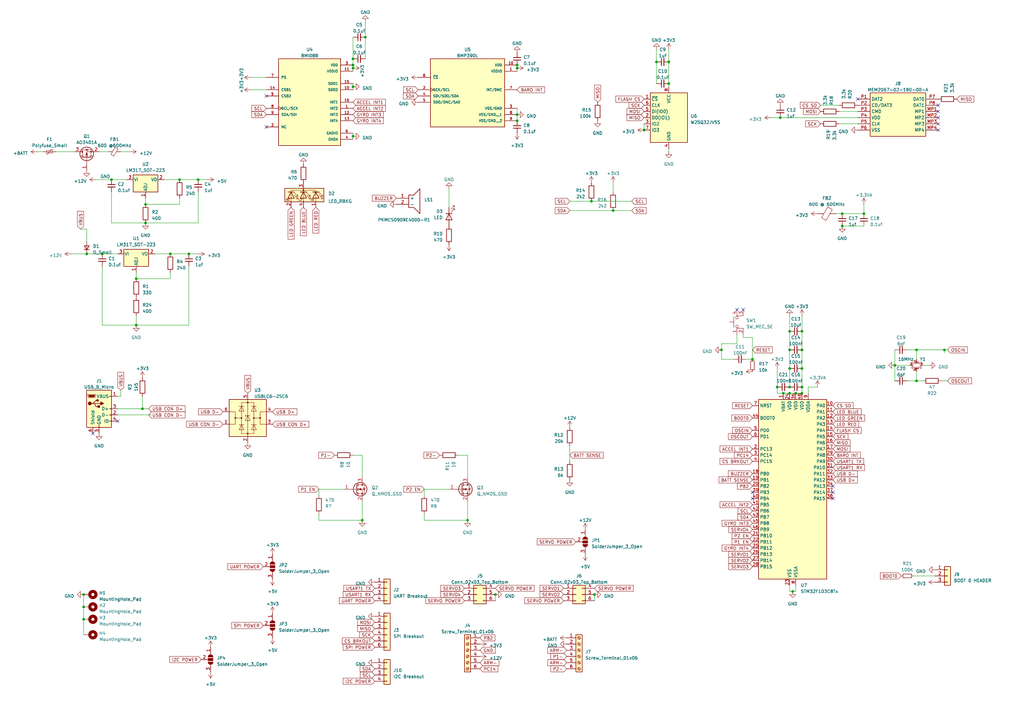
<source format=kicad_sch>
(kicad_sch (version 20230121) (generator eeschema)
  (paper "A3")
  (junction (at 59.69 91.44))
  (junction (at 328.93 143.51))
  (junction (at 45.72 73.66))
  (junction (at 34.29 243.84))
  (junction (at 212.09 26.67))
  (junction (at 35.56 104.14))
  (junction (at 328.93 158.75))
  (junction (at 345.44 87.63))
  (junction (at 323.85 161.29))
  (junction (at 328.93 135.89))
  (junction (at 203.2 243.84))
  (junction (at 264.16 53.34))
  (junction (at 274.32 25.4))
  (junction (at 321.31 161.29))
  (junction (at 243.84 243.84))
  (junction (at 212.09 46.99))
  (junction (at 58.42 167.64))
  (junction (at 212.09 49.53))
  (junction (at 375.92 156.21))
  (junction (at 387.35 143.51))
  (junction (at 274.32 34.29))
  (junction (at 328.93 151.13))
  (junction (at 149.86 15.24))
  (junction (at 55.88 133.35))
  (junction (at 148.59 213.36))
  (junction (at 320.04 48.26))
  (junction (at 81.28 73.66))
  (junction (at 325.12 242.57))
  (junction (at 191.77 213.36))
  (junction (at 144.78 26.67))
  (junction (at 55.88 114.3))
  (junction (at 144.78 35.56))
  (junction (at 354.33 87.63))
  (junction (at 69.85 104.14))
  (junction (at 295.91 143.51))
  (junction (at 41.91 104.14))
  (junction (at 308.61 147.32))
  (junction (at 242.57 82.55))
  (junction (at 345.44 92.71))
  (junction (at 269.24 25.4))
  (junction (at 375.92 143.51))
  (junction (at 144.78 24.13))
  (junction (at 328.93 161.29))
  (junction (at 251.46 86.36))
  (junction (at 59.69 83.82))
  (junction (at 323.85 143.51))
  (junction (at 34.29 248.92))
  (junction (at 77.47 104.14))
  (junction (at 318.77 158.75))
  (junction (at 323.85 135.89))
  (junction (at 144.78 55.88))
  (junction (at 323.85 151.13))
  (junction (at 367.03 149.86))
  (junction (at 326.39 161.29))
  (junction (at 73.66 73.66))
  (junction (at 323.85 158.75))
  (junction (at 34.29 254))
  (junction (at 144.78 27.94))
  (junction (at 212.09 27.94))
  (no_connect (at 308.61 204.47))
  (no_connect (at 308.61 201.93))
  (no_connect (at 384.81 43.18))
  (no_connect (at 341.63 204.47))
  (no_connect (at 304.8 127))
  (no_connect (at 384.81 50.8))
  (no_connect (at 302.26 127))
  (no_connect (at 384.81 45.72))
  (no_connect (at 38.1 177.8))
  (no_connect (at 341.63 201.93))
  (no_connect (at 384.81 53.34))
  (no_connect (at 109.22 39.37))
  (no_connect (at 351.79 40.64))
  (no_connect (at 384.81 48.26))
  (no_connect (at 109.22 52.07))
  (no_connect (at 341.63 199.39))
  (no_connect (at 48.26 172.72))
  (wire (pts (xy 77.47 109.22) (xy 77.47 133.35)))
  (wire (pts (xy 308.61 138.43) (xy 304.8 138.43)))
  (wire (pts (xy 323.85 143.51) (xy 323.85 151.13)))
  (wire (pts (xy 144.78 35.56) (xy 144.78 36.83)))
  (wire (pts (xy 63.5 104.14) (xy 69.85 104.14)))
  (wire (pts (xy 144.78 55.88) (xy 144.78 57.15)))
  (wire (pts (xy 326.39 161.29) (xy 328.93 161.29)))
  (wire (pts (xy 251.46 86.36) (xy 259.08 86.36)))
  (wire (pts (xy 328.93 161.29) (xy 328.93 158.75)))
  (wire (pts (xy 81.28 78.74) (xy 81.28 91.44)))
  (wire (pts (xy 331.47 158.75) (xy 331.47 161.29)))
  (wire (pts (xy 102.87 31.75) (xy 109.22 31.75)))
  (wire (pts (xy 184.15 77.47) (xy 184.15 85.09)))
  (wire (pts (xy 323.85 240.03) (xy 323.85 242.57)))
  (wire (pts (xy 40.64 62.23) (xy 44.45 62.23)))
  (wire (pts (xy 130.81 213.36) (xy 148.59 213.36)))
  (wire (pts (xy 251.46 74.93) (xy 251.46 78.74)))
  (wire (pts (xy 69.85 111.76) (xy 69.85 114.3)))
  (wire (pts (xy 144.78 24.13) (xy 144.78 26.67)))
  (wire (pts (xy 73.66 83.82) (xy 59.69 83.82)))
  (wire (pts (xy 77.47 104.14) (xy 81.28 104.14)))
  (wire (pts (xy 29.21 104.14) (xy 35.56 104.14)))
  (wire (pts (xy 306.07 147.32) (xy 308.61 147.32)))
  (wire (pts (xy 323.85 242.57) (xy 325.12 242.57)))
  (wire (pts (xy 149.86 15.24) (xy 149.86 24.13)))
  (wire (pts (xy 344.17 50.8) (xy 351.79 50.8)))
  (wire (pts (xy 323.85 151.13) (xy 323.85 158.75)))
  (wire (pts (xy 264.16 50.8) (xy 264.16 53.34)))
  (wire (pts (xy 41.91 109.22) (xy 41.91 133.35)))
  (wire (pts (xy 144.78 15.24) (xy 144.78 24.13)))
  (wire (pts (xy 372.11 143.51) (xy 375.92 143.51)))
  (wire (pts (xy 295.91 147.32) (xy 300.99 147.32)))
  (wire (pts (xy 55.88 129.54) (xy 55.88 133.35)))
  (wire (pts (xy 325.12 242.57) (xy 326.39 242.57)))
  (wire (pts (xy 148.59 186.69) (xy 144.78 186.69)))
  (wire (pts (xy 295.91 143.51) (xy 295.91 140.97)))
  (wire (pts (xy 45.72 91.44) (xy 59.69 91.44)))
  (wire (pts (xy 318.77 158.75) (xy 318.77 161.29)))
  (wire (pts (xy 184.15 200.66) (xy 173.99 200.66)))
  (wire (pts (xy 323.85 129.54) (xy 323.85 135.89)))
  (wire (pts (xy 242.57 82.55) (xy 259.08 82.55)))
  (wire (pts (xy 45.72 78.74) (xy 45.72 91.44)))
  (wire (pts (xy 336.55 43.18) (xy 344.17 43.18)))
  (wire (pts (xy 173.99 210.82) (xy 173.99 213.36)))
  (wire (pts (xy 387.35 144.78) (xy 387.35 143.51)))
  (wire (pts (xy 345.44 87.63) (xy 342.9 87.63)))
  (wire (pts (xy 367.03 149.86) (xy 367.03 143.51)))
  (wire (pts (xy 233.68 82.55) (xy 242.57 82.55)))
  (wire (pts (xy 212.09 44.45) (xy 212.09 46.99)))
  (wire (pts (xy 321.31 161.29) (xy 323.85 161.29)))
  (wire (pts (xy 144.78 54.61) (xy 144.78 55.88)))
  (wire (pts (xy 144.78 27.94) (xy 144.78 29.21)))
  (wire (pts (xy 269.24 20.32) (xy 269.24 25.4)))
  (wire (pts (xy 49.53 62.23) (xy 53.34 62.23)))
  (wire (pts (xy 22.86 62.23) (xy 30.48 62.23)))
  (wire (pts (xy 49.53 162.56) (xy 48.26 162.56)))
  (wire (pts (xy 375.92 156.21) (xy 378.46 156.21)))
  (wire (pts (xy 69.85 114.3) (xy 55.88 114.3)))
  (wire (pts (xy 212.09 27.94) (xy 212.09 29.21)))
  (wire (pts (xy 375.92 143.51) (xy 375.92 147.32)))
  (wire (pts (xy 144.78 34.29) (xy 144.78 35.56)))
  (wire (pts (xy 191.77 195.58) (xy 191.77 186.69)))
  (wire (pts (xy 354.33 87.63) (xy 345.44 87.63)))
  (wire (pts (xy 140.97 200.66) (xy 130.81 200.66)))
  (wire (pts (xy 48.26 167.64) (xy 58.42 167.64)))
  (wire (pts (xy 69.85 104.14) (xy 77.47 104.14)))
  (wire (pts (xy 48.26 170.18) (xy 62.23 170.18)))
  (wire (pts (xy 55.88 111.76) (xy 55.88 114.3)))
  (wire (pts (xy 372.11 156.21) (xy 375.92 156.21)))
  (wire (pts (xy 344.17 45.72) (xy 351.79 45.72)))
  (wire (pts (xy 320.04 48.26) (xy 316.23 48.26)))
  (wire (pts (xy 58.42 162.56) (xy 58.42 167.64)))
  (wire (pts (xy 335.28 158.75) (xy 331.47 158.75)))
  (wire (pts (xy 49.53 160.02) (xy 49.53 162.56)))
  (wire (pts (xy 41.91 104.14) (xy 48.26 104.14)))
  (wire (pts (xy 58.42 167.64) (xy 60.96 167.64)))
  (wire (pts (xy 274.32 25.4) (xy 274.32 34.29)))
  (wire (pts (xy 130.81 200.66) (xy 130.81 203.2)))
  (wire (pts (xy 318.77 161.29) (xy 321.31 161.29)))
  (wire (pts (xy 73.66 81.28) (xy 73.66 83.82)))
  (wire (pts (xy 102.87 36.83) (xy 109.22 36.83)))
  (wire (pts (xy 374.65 236.22) (xy 383.54 236.22)))
  (wire (pts (xy 41.91 133.35) (xy 55.88 133.35)))
  (wire (pts (xy 387.35 143.51) (xy 388.62 143.51)))
  (wire (pts (xy 130.81 210.82) (xy 130.81 213.36)))
  (wire (pts (xy 34.29 248.92) (xy 34.29 254)))
  (wire (pts (xy 34.29 254) (xy 34.29 260.35)))
  (wire (pts (xy 149.86 8.89) (xy 149.86 15.24)))
  (wire (pts (xy 274.32 34.29) (xy 274.32 35.56)))
  (wire (pts (xy 302.26 140.97) (xy 302.26 137.16)))
  (wire (pts (xy 243.84 243.84) (xy 243.84 246.38)))
  (wire (pts (xy 39.37 73.66) (xy 45.72 73.66)))
  (wire (pts (xy 304.8 138.43) (xy 304.8 137.16)))
  (wire (pts (xy 144.78 26.67) (xy 144.78 27.94)))
  (wire (pts (xy 148.59 213.36) (xy 148.59 205.74)))
  (wire (pts (xy 328.93 129.54) (xy 328.93 135.89)))
  (wire (pts (xy 318.77 151.13) (xy 318.77 158.75)))
  (wire (pts (xy 212.09 26.67) (xy 212.09 27.94)))
  (wire (pts (xy 354.33 83.82) (xy 354.33 87.63)))
  (wire (pts (xy 233.68 86.36) (xy 251.46 86.36)))
  (wire (pts (xy 328.93 135.89) (xy 328.93 143.51)))
  (wire (pts (xy 15.24 62.23) (xy 17.78 62.23)))
  (wire (pts (xy 269.24 25.4) (xy 269.24 34.29)))
  (wire (pts (xy 191.77 186.69) (xy 187.96 186.69)))
  (wire (pts (xy 367.03 149.86) (xy 373.38 149.86)))
  (wire (pts (xy 35.56 99.06) (xy 35.56 93.98)))
  (wire (pts (xy 203.2 243.84) (xy 203.2 246.38)))
  (wire (pts (xy 233.68 182.88) (xy 233.68 189.23)))
  (wire (pts (xy 212.09 46.99) (xy 212.09 49.53)))
  (wire (pts (xy 308.61 138.43) (xy 308.61 147.32)))
  (wire (pts (xy 295.91 143.51) (xy 295.91 147.32)))
  (wire (pts (xy 148.59 195.58) (xy 148.59 186.69)))
  (wire (pts (xy 35.56 104.14) (xy 41.91 104.14)))
  (wire (pts (xy 274.32 20.32) (xy 274.32 25.4)))
  (wire (pts (xy 35.56 93.98) (xy 33.02 93.98)))
  (wire (pts (xy 34.29 243.84) (xy 34.29 248.92)))
  (wire (pts (xy 81.28 91.44) (xy 59.69 91.44)))
  (wire (pts (xy 375.92 152.4) (xy 375.92 156.21)))
  (wire (pts (xy 59.69 81.28) (xy 59.69 83.82)))
  (wire (pts (xy 191.77 213.36) (xy 191.77 205.74)))
  (wire (pts (xy 320.04 48.26) (xy 351.79 48.26)))
  (wire (pts (xy 328.93 143.51) (xy 328.93 151.13)))
  (wire (pts (xy 386.08 156.21) (xy 388.62 156.21)))
  (wire (pts (xy 73.66 73.66) (xy 81.28 73.66)))
  (wire (pts (xy 375.92 143.51) (xy 387.35 143.51)))
  (wire (pts (xy 173.99 213.36) (xy 191.77 213.36)))
  (wire (pts (xy 77.47 133.35) (xy 55.88 133.35)))
  (wire (pts (xy 367.03 149.86) (xy 367.03 156.21)))
  (wire (pts (xy 345.44 92.71) (xy 354.33 92.71)))
  (wire (pts (xy 173.99 200.66) (xy 173.99 203.2)))
  (wire (pts (xy 295.91 140.97) (xy 302.26 140.97)))
  (wire (pts (xy 323.85 135.89) (xy 323.85 143.51)))
  (wire (pts (xy 328.93 158.75) (xy 328.93 151.13)))
  (wire (pts (xy 274.32 60.96) (xy 274.32 62.23)))
  (wire (pts (xy 67.31 73.66) (xy 73.66 73.66)))
  (wire (pts (xy 81.28 73.66) (xy 85.09 73.66)))
  (wire (pts (xy 381 149.86) (xy 378.46 149.86)))
  (wire (pts (xy 323.85 161.29) (xy 326.39 161.29)))
  (wire (pts (xy 45.72 73.66) (xy 52.07 73.66)))
  (wire (pts (xy 326.39 242.57) (xy 326.39 240.03)))
  (global_label "LED BLUE" (shape input) (at 124.46 85.09 270) (property "Intersheetrefs" "${INTERSHEET_REFS}" (effects hide)))
  (global_label "ARM-" (shape input) (at 232.41 266.7 180) (property "Intersheetrefs" "${INTERSHEET_REFS}" (effects hide)))
  (global_label "OSCIN" (shape input) (at 388.62 143.51 0) (property "Intersheetrefs" "${INTERSHEET_REFS}" (effects hide)))
  (global_label "CS BRKOUT" (shape input) (at 308.61 189.23 180) (property "Intersheetrefs" "${INTERSHEET_REFS}" (effects hide)))
  (global_label "USART1 RX" (shape input) (at 153.67 243.84 180) (property "Intersheetrefs" "${INTERSHEET_REFS}" (effects hide)))
  (global_label "P2 EN" (shape input) (at 308.61 219.71 180) (property "Intersheetrefs" "${INTERSHEET_REFS}" (effects hide)))
  (global_label "GYRO INT4" (shape input) (at 144.78 49.53 0) (property "Intersheetrefs" "${INTERSHEET_REFS}" (effects hide)))
  (global_label "VBUS" (shape input) (at 49.53 160.02 90) (property "Intersheetrefs" "${INTERSHEET_REFS}" (effects hide)))
  (global_label "SCK" (shape input) (at 341.63 179.07 0) (property "Intersheetrefs" "${INTERSHEET_REFS}" (effects hide)))
  (global_label "ACCEL INT1" (shape input) (at 144.78 41.91 0) (property "Intersheetrefs" "${INTERSHEET_REFS}" (effects hide)))
  (global_label "UART POWER" (shape input) (at 153.67 246.38 180) (property "Intersheetrefs" "${INTERSHEET_REFS}" (effects hide)))
  (global_label "SERVO2" (shape input) (at 308.61 229.87 180) (property "Intersheetrefs" "${INTERSHEET_REFS}" (effects hide)))
  (global_label "MOSI" (shape input) (at 264.16 45.72 180) (property "Intersheetrefs" "${INTERSHEET_REFS}" (effects hide)))
  (global_label "VBUS" (shape input) (at 101.6 161.29 90) (property "Intersheetrefs" "${INTERSHEET_REFS}" (effects hide)))
  (global_label "SERVO POWER" (shape input) (at 203.2 241.3 0) (property "Intersheetrefs" "${INTERSHEET_REFS}" (effects hide)))
  (global_label "BARO INT" (shape input) (at 341.63 186.69 0) (property "Intersheetrefs" "${INTERSHEET_REFS}" (effects hide)))
  (global_label "CS SD" (shape input) (at 336.55 43.18 180) (property "Intersheetrefs" "${INTERSHEET_REFS}" (effects hide)))
  (global_label "SDA" (shape input) (at 308.61 212.09 180) (property "Intersheetrefs" "${INTERSHEET_REFS}" (effects hide)))
  (global_label "MOSI" (shape input) (at 153.67 255.27 180) (property "Intersheetrefs" "${INTERSHEET_REFS}" (effects hide)))
  (global_label "USB CON D+" (shape input) (at 60.96 167.64 0) (property "Intersheetrefs" "${INTERSHEET_REFS}" (effects hide)))
  (global_label "UART POWER" (shape input) (at 107.95 232.41 180) (property "Intersheetrefs" "${INTERSHEET_REFS}" (effects hide)))
  (global_label "FLASH CS" (shape input) (at 264.16 40.64 180) (property "Intersheetrefs" "${INTERSHEET_REFS}" (effects hide)))
  (global_label "MISO" (shape input) (at 341.63 181.61 0) (property "Intersheetrefs" "${INTERSHEET_REFS}" (effects hide)))
  (global_label "SERVO POWER" (shape input) (at 236.22 222.25 180) (property "Intersheetrefs" "${INTERSHEET_REFS}" (effects hide)))
  (global_label "ACCEL INT1" (shape input) (at 308.61 184.15 180) (property "Intersheetrefs" "${INTERSHEET_REFS}" (effects hide)))
  (global_label "USB D-" (shape input) (at 341.63 194.31 0) (property "Intersheetrefs" "${INTERSHEET_REFS}" (effects hide)))
  (global_label "P2-" (shape input) (at 232.41 274.32 180) (property "Intersheetrefs" "${INTERSHEET_REFS}" (effects hide)))
  (global_label "LED RED" (shape input) (at 341.63 173.99 0) (property "Intersheetrefs" "${INTERSHEET_REFS}" (effects hide)))
  (global_label "RESET" (shape input) (at 308.61 143.51 0) (property "Intersheetrefs" "${INTERSHEET_REFS}" (effects hide)))
  (global_label "P1-" (shape input) (at 232.41 269.24 180) (property "Intersheetrefs" "${INTERSHEET_REFS}" (effects hide)))
  (global_label "SCL" (shape input) (at 109.22 44.45 180) (property "Intersheetrefs" "${INTERSHEET_REFS}" (effects hide)))
  (global_label "BATT SENSE" (shape input) (at 308.61 196.85 180) (property "Intersheetrefs" "${INTERSHEET_REFS}" (effects hide)))
  (global_label "GYRO INT4" (shape input) (at 308.61 224.79 180) (property "Intersheetrefs" "${INTERSHEET_REFS}" (effects hide)))
  (global_label "SERVO POWER" (shape input) (at 243.84 241.3 0) (property "Intersheetrefs" "${INTERSHEET_REFS}" (effects hide)))
  (global_label "SCK" (shape input) (at 336.55 50.8 180) (property "Intersheetrefs" "${INTERSHEET_REFS}" (effects hide)))
  (global_label "USART1 TX" (shape input) (at 153.67 241.3 180) (property "Intersheetrefs" "${INTERSHEET_REFS}" (effects hide)))
  (global_label "SCL" (shape input) (at 308.61 209.55 180) (property "Intersheetrefs" "${INTERSHEET_REFS}" (effects hide)))
  (global_label "MISO" (shape input) (at 392.43 40.64 0) (property "Intersheetrefs" "${INTERSHEET_REFS}" (effects hide)))
  (global_label "P1 EN" (shape input) (at 130.81 200.66 180) (property "Intersheetrefs" "${INTERSHEET_REFS}" (effects hide)))
  (global_label "SCK" (shape input) (at 153.67 260.35 180) (property "Intersheetrefs" "${INTERSHEET_REFS}" (effects hide)))
  (global_label "SERVO3" (shape input) (at 190.5 241.3 180) (property "Intersheetrefs" "${INTERSHEET_REFS}" (effects hide)))
  (global_label "SERVO3" (shape input) (at 308.61 232.41 180) (property "Intersheetrefs" "${INTERSHEET_REFS}" (effects hide)))
  (global_label "SERVO POWER" (shape input) (at 190.5 246.38 180) (property "Intersheetrefs" "${INTERSHEET_REFS}" (effects hide)))
  (global_label "SERVO4" (shape input) (at 190.5 243.84 180) (property "Intersheetrefs" "${INTERSHEET_REFS}" (effects hide)))
  (global_label "OSCOUT" (shape input) (at 308.61 179.07 180) (property "Intersheetrefs" "${INTERSHEET_REFS}" (effects hide)))
  (global_label "MISO" (shape input) (at 245.11 41.91 90) (property "Intersheetrefs" "${INTERSHEET_REFS}" (effects hide)))
  (global_label "PC14" (shape input) (at 308.61 186.69 180) (property "Intersheetrefs" "${INTERSHEET_REFS}" (effects hide)))
  (global_label "CS BRKOUT" (shape input) (at 153.67 262.89 180) (property "Intersheetrefs" "${INTERSHEET_REFS}" (effects hide)))
  (global_label "SERVO1" (shape input) (at 231.14 241.3 180) (property "Intersheetrefs" "${INTERSHEET_REFS}" (effects hide)))
  (global_label "SCL" (shape input) (at 171.45 36.83 180) (property "Intersheetrefs" "${INTERSHEET_REFS}" (effects hide)))
  (global_label "MOSI" (shape input) (at 336.55 45.72 180) (property "Intersheetrefs" "${INTERSHEET_REFS}" (effects hide)))
  (global_label "USB CON D-" (shape input) (at 91.44 173.99 180) (property "Intersheetrefs" "${INTERSHEET_REFS}" (effects hide)))
  (global_label "I2C POWER" (shape input) (at 82.55 270.51 180) (property "Intersheetrefs" "${INTERSHEET_REFS}" (effects hide)))
  (global_label "GND" (shape input) (at 196.85 266.7 0) (property "Intersheetrefs" "${INTERSHEET_REFS}" (effects hide)))
  (global_label "GYRO INT3" (shape input) (at 308.61 214.63 180) (property "Intersheetrefs" "${INTERSHEET_REFS}" (effects hide)))
  (global_label "SCL" (shape input) (at 153.67 276.86 180) (property "Intersheetrefs" "${INTERSHEET_REFS}" (effects hide)))
  (global_label "BATT SENSE" (shape input) (at 233.68 186.69 0) (property "Intersheetrefs" "${INTERSHEET_REFS}" (effects hide)))
  (global_label "BOOT0" (shape input) (at 369.57 236.22 180) (property "Intersheetrefs" "${INTERSHEET_REFS}" (effects hide)))
  (global_label "PC14" (shape input) (at 196.85 274.32 0) (property "Intersheetrefs" "${INTERSHEET_REFS}" (effects hide)))
  (global_label "LED BLUE" (shape input) (at 341.63 168.91 0) (property "Intersheetrefs" "${INTERSHEET_REFS}" (effects hide)))
  (global_label "USB D+" (shape input) (at 341.63 196.85 0) (property "Intersheetrefs" "${INTERSHEET_REFS}" (effects hide)))
  (global_label "RESET" (shape input) (at 308.61 166.37 180) (property "Intersheetrefs" "${INTERSHEET_REFS}" (effects hide)))
  (global_label "MOSI" (shape input) (at 341.63 184.15 0) (property "Intersheetrefs" "${INTERSHEET_REFS}" (effects hide)))
  (global_label "LED GREEN" (shape input) (at 119.38 85.09 270) (property "Intersheetrefs" "${INTERSHEET_REFS}" (effects hide)))
  (global_label "SDA" (shape input) (at 233.68 86.36 180) (property "Intersheetrefs" "${INTERSHEET_REFS}" (effects hide)))
  (global_label "OSCIN" (shape input) (at 308.61 176.53 180) (property "Intersheetrefs" "${INTERSHEET_REFS}" (effects hide)))
  (global_label "SCL" (shape input) (at 259.08 82.55 0) (property "Intersheetrefs" "${INTERSHEET_REFS}" (effects hide)))
  (global_label "PB2" (shape input) (at 196.85 261.62 0) (property "Intersheetrefs" "${INTERSHEET_REFS}" (effects hide)))
  (global_label "SDA" (shape input) (at 153.67 274.32 180) (property "Intersheetrefs" "${INTERSHEET_REFS}" (effects hide)))
  (global_label "LED GREEN" (shape input) (at 341.63 171.45 0) (property "Intersheetrefs" "${INTERSHEET_REFS}" (effects hide)))
  (global_label "CS SD" (shape input) (at 341.63 166.37 0) (property "Intersheetrefs" "${INTERSHEET_REFS}" (effects hide)))
  (global_label "LED RED" (shape input) (at 129.54 85.09 270) (property "Intersheetrefs" "${INTERSHEET_REFS}" (effects hide)))
  (global_label "ACCEL INT2" (shape input) (at 144.78 44.45 0) (property "Intersheetrefs" "${INTERSHEET_REFS}" (effects hide)))
  (global_label "ARM-" (shape input) (at 196.85 271.78 0) (property "Intersheetrefs" "${INTERSHEET_REFS}" (effects hide)))
  (global_label "USB D-" (shape input) (at 91.44 168.91 180) (property "Intersheetrefs" "${INTERSHEET_REFS}" (effects hide)))
  (global_label "BUZZER" (shape input) (at 162.56 81.28 180) (property "Intersheetrefs" "${INTERSHEET_REFS}" (effects hide)))
  (global_label "SDA" (shape input) (at 109.22 46.99 180) (property "Intersheetrefs" "${INTERSHEET_REFS}" (effects hide)))
  (global_label "SPI POWER" (shape input) (at 107.95 256.54 180) (property "Intersheetrefs" "${INTERSHEET_REFS}" (effects hide)))
  (global_label "P1 EN" (shape input) (at 308.61 222.25 180) (property "Intersheetrefs" "${INTERSHEET_REFS}" (effects hide)))
  (global_label "MISO" (shape input) (at 264.16 48.26 180) (property "Intersheetrefs" "${INTERSHEET_REFS}" (effects hide)))
  (global_label "BARO INT" (shape input) (at 212.09 36.83 0) (property "Intersheetrefs" "${INTERSHEET_REFS}" (effects hide)))
  (global_label "SCK" (shape input) (at 264.16 43.18 180) (property "Intersheetrefs" "${INTERSHEET_REFS}" (effects hide)))
  (global_label "P2 EN" (shape input) (at 173.99 200.66 180) (property "Intersheetrefs" "${INTERSHEET_REFS}" (effects hide)))
  (global_label "PB2" (shape input) (at 308.61 199.39 180) (property "Intersheetrefs" "${INTERSHEET_REFS}" (effects hide)))
  (global_label "P1-" (shape input) (at 137.16 186.69 180) (property "Intersheetrefs" "${INTERSHEET_REFS}" (effects hide)))
  (global_label "SERVO2" (shape input) (at 231.14 243.84 180) (property "Intersheetrefs" "${INTERSHEET_REFS}" (effects hide)))
  (global_label "FLASH CS" (shape input) (at 341.63 176.53 0) (property "Intersheetrefs" "${INTERSHEET_REFS}" (effects hide)))
  (global_label "OSCOUT" (shape input) (at 388.62 156.21 0) (property "Intersheetrefs" "${INTERSHEET_REFS}" (effects hide)))
  (global_label "SERVO1" (shape input) (at 308.61 227.33 180) (property "Intersheetrefs" "${INTERSHEET_REFS}" (effects hide)))
  (global_label "P2-" (shape input) (at 180.34 186.69 180) (property "Intersheetrefs" "${INTERSHEET_REFS}" (effects hide)))
  (global_label "USART1 RX" (shape input) (at 341.63 191.77 0) (property "Intersheetrefs" "${INTERSHEET_REFS}" (effects hide)))
  (global_label "SERVO POWER" (shape input) (at 231.14 246.38 180) (property "Intersheetrefs" "${INTERSHEET_REFS}" (effects hide)))
  (global_label "MISO" (shape input) (at 153.67 257.81 180) (property "Intersheetrefs" "${INTERSHEET_REFS}" (effects hide)))
  (global_label "GYRO INT3" (shape input) (at 144.78 46.99 0) (property "Intersheetrefs" "${INTERSHEET_REFS}" (effects hide)))
  (global_label "USART1 TX" (shape input) (at 341.63 189.23 0) (property "Intersheetrefs" "${INTERSHEET_REFS}" (effects hide)))
  (global_label "SERVO4" (shape input) (at 308.61 217.17 180) (property "Intersheetrefs" "${INTERSHEET_REFS}" (effects hide)))
  (global_label "USB CON D-" (shape input) (at 60.96 170.18 0) (property "Intersheetrefs" "${INTERSHEET_REFS}" (effects hide)))
  (global_label "VBUS" (shape input) (at 33.02 93.98 90) (property "Intersheetrefs" "${INTERSHEET_REFS}" (effects hide)))
  (global_label "USB CON D+" (shape input) (at 111.76 173.99 0) (property "Intersheetrefs" "${INTERSHEET_REFS}" (effects hide)))
  (global_label "SCL" (shape input) (at 233.68 82.55 180) (property "Intersheetrefs" "${INTERSHEET_REFS}" (effects hide)))
  (global_label "ACCEL INT2" (shape input) (at 308.61 207.01 180) (property "Intersheetrefs" "${INTERSHEET_REFS}" (effects hide)))
  (global_label "BUZZER" (shape input) (at 308.61 194.31 180) (property "Intersheetrefs" "${INTERSHEET_REFS}" (effects hide)))
  (global_label "SPI POWER" (shape input) (at 153.67 265.43 180) (property "Intersheetrefs" "${INTERSHEET_REFS}" (effects hide)))
  (global_label "SDA" (shape input) (at 171.45 39.37 180) (property "Intersheetrefs" "${INTERSHEET_REFS}" (effects hide)))
  (global_label "BOOT0" (shape input) (at 308.61 171.45 180) (property "Intersheetrefs" "${INTERSHEET_REFS}" (effects hide)))
  (global_label "SDA" (shape input) (at 259.08 86.36 0) (property "Intersheetrefs" "${INTERSHEET_REFS}" (effects hide)))
  (global_label "I2C POWER" (shape input) (at 153.67 279.4 180) (property "Intersheetrefs" "${INTERSHEET_REFS}" (effects hide)))
  (global_label "USB D+" (shape input) (at 111.76 168.91 0) (property "Intersheetrefs" "${INTERSHEET_REFS}" (effects hide)))
  (global_label "ARM-" (shape input) (at 232.41 271.78 180) (property "Intersheetrefs" "${INTERSHEET_REFS}" (effects hide)))
  (symbol (lib_id "Device:LED_RBKG") (at 124.46 80.01 270) (unit 1)
    (property "Reference" "D2" (at 134.62 79.375 90) (effects (justify left)))
    (property "Value" "LED_RBKG" (at 134.62 82.55 90) (effects (justify left)))
    (property "Footprint" "LED_THT:LED_D5.0mm-4_RGB" (effects hide))
  )
  (symbol (lib_id "Mechanical:MountingHole_Pad") (at 36.83 248.92 270) (unit 1)
    (property "Reference" "H2" (at 40.64 248.285 90) (effects (justify left)))
    (property "Value" "MountingHole_Pad" (at 40.64 250.825 90) (effects (justify left)))
    (property "Footprint" "MountingHole:MountingHole_3.2mm_M3_DIN965_Pad" (effects hide))
  )
  (symbol (lib_id "power:GND") (at 383.54 233.68 270) (unit 1)
    (property "Reference" "#PWR067" (effects hide))
    (property "Value" "GND" (at 379.73 234.315 90) (effects (justify right)))
  )
  (symbol (lib_id "power:+3V3") (at 58.42 154.94 0) (unit 1)
    (property "Reference" "#PWR09" (effects hide))
    (property "Value" "+3V3" (at 58.42 151.13 0))
  )
  (symbol (lib_id "power:+3V3") (at 102.87 31.75 90) (unit 1)
    (property "Reference" "#PWR013" (effects hide))
    (property "Value" "+3V3" (at 99.06 30.48 0))
  )
  (symbol (lib_id "Device:R") (at 242.57 78.74 0) (mirror y) (unit 1)
    (property "Reference" "R14" (at 240.03 78.105 0) (effects (justify left)))
    (property "Value" "2k2" (at 240.03 80.645 0) (effects (justify left)))
    (property "Footprint" "Resistor_SMD:R_0603_1608Metric" (effects hide))
  )
  (symbol (lib_id "power:+3V3") (at 86.36 265.43 0) (unit 1)
    (property "Reference" "#PWR072" (effects hide))
    (property "Value" "+3V3" (at 86.36 261.62 0))
  )
  (symbol (lib_id "power:+3V3") (at 144.78 27.94 270) (unit 1)
    (property "Reference" "#PWR016" (effects hide))
    (property "Value" "+3V3" (at 148.59 29.21 0))
  )
  (symbol (lib_id "power:+12V") (at 39.37 73.66 90) (unit 1)
    (property "Reference" "#PWR04" (effects hide))
    (property "Value" "+12V" (at 35.56 74.295 90) (effects (justify left)))
  )
  (symbol (lib_id "power:+3V3") (at 264.16 53.34 90) (unit 1)
    (property "Reference" "#PWR049" (effects hide))
    (property "Value" "+3V3" (at 260.35 53.975 90) (effects (justify left)))
  )
  (symbol (lib_id "power:GND") (at 345.44 92.71 0) (unit 1)
    (property "Reference" "#PWR062" (effects hide))
    (property "Value" "GND" (at 345.44 97.79 0))
  )
  (symbol (lib_id "Jumper:SolderJumper_3_Open") (at 111.76 232.41 270) (unit 1)
    (property "Reference" "JP2" (at 114.3 231.775 90) (effects (justify left)))
    (property "Value" "SolderJumper_3_Open" (at 114.3 234.315 90) (effects (justify left)))
    (property "Footprint" "Jumper:SolderJumper-3_P1.3mm_Open_Pad1.0x1.5mm" (effects hide))
  )
  (symbol (lib_id "MCU_ST_STM32F1:STM32F103C8Tx") (at 323.85 201.93 0) (unit 1)
    (property "Reference" "U7" (at 328.3459 240.03 0) (effects (justify left)))
    (property "Value" "STM32F103C8Tx" (at 328.3459 242.57 0) (effects (justify left)))
    (property "Footprint" "Package_QFP:LQFP-48_7x7mm_P0.5mm" (effects hide))
    (property "Datasheet" "https://www.st.com/resource/en/datasheet/stm32f103c8.pdf" (effects hide))
  )
  (symbol (lib_id "power:GND") (at 55.88 133.35 0) (unit 1)
    (property "Reference" "#PWR07" (effects hide))
    (property "Value" "GND" (at 55.88 138.43 0))
  )
  (symbol (lib_id "Device:C_Small") (at 212.09 24.13 180) (unit 1)
    (property "Reference" "C7" (at 214.63 23.4886 0) (effects (justify right)))
    (property "Value" "0.1uf" (at 214.63 26.0286 0) (effects (justify right)))
    (property "Footprint" "Capacitor_SMD:C_0603_1608Metric" (effects hide))
  )
  (symbol (lib_id "power:GND") (at 323.85 129.54 180) (unit 1)
    (property "Reference" "#PWR057" (effects hide))
    (property "Value" "GND" (at 323.85 125.73 0))
  )
  (symbol (lib_id "Device:C_Small") (at 271.78 34.29 90) (unit 1)
    (property "Reference" "C10" (at 271.7863 29.21 90))
    (property "Value" "0.1uf" (at 271.7863 31.75 90))
    (property "Footprint" "Capacitor_SMD:C_0603_1608Metric" (effects hide))
  )
  (symbol (lib_id "power:GND") (at 367.03 149.86 270) (unit 1)
    (property "Reference" "#PWR065" (effects hide))
    (property "Value" "GND" (at 363.22 150.495 90) (effects (justify right)))
  )
  (symbol (lib_id "power:GND") (at 320.04 43.18 180) (unit 1)
    (property "Reference" "#PWR056" (effects hide))
    (property "Value" "GND" (at 320.04 39.37 0))
  )
  (symbol (lib_id "Device:R") (at 382.27 156.21 90) (mirror x) (unit 1)
    (property "Reference" "R22" (at 382.27 161.29 90))
    (property "Value" "47" (at 382.27 158.75 90))
    (property "Footprint" "Resistor_SMD:R_0603_1608Metric" (effects hide))
  )
  (symbol (lib_id "power:GND") (at 59.69 91.44 0) (unit 1)
    (property "Reference" "#PWR08" (effects hide))
    (property "Value" "GND" (at 59.69 96.52 0))
  )
  (symbol (lib_id "Device:C_Small") (at 369.57 156.21 270) (unit 1)
    (property "Reference" "C20" (at 369.5636 151.13 90))
    (property "Value" "6pf" (at 369.5636 153.67 90))
    (property "Footprint" "Capacitor_SMD:C_0603_1608Metric" (effects hide))
  )
  (symbol (lib_id "Device:R") (at 173.99 207.01 0) (mirror x) (unit 1)
    (property "Reference" "R9" (at 176.53 207.645 0) (effects (justify left)))
    (property "Value" "470" (at 176.53 205.105 0) (effects (justify left)))
    (property "Footprint" "Resistor_SMD:R_0603_1608Metric" (effects hide))
  )
  (symbol (lib_id "power:GND") (at 101.6 181.61 0) (unit 1)
    (property "Reference" "#PWR012" (effects hide))
    (property "Value" "GND" (at 101.6 186.69 0))
  )
  (symbol (lib_id "Mechanical:MountingHole_Pad") (at 36.83 260.35 270) (unit 1)
    (property "Reference" "H4" (at 40.64 259.715 90) (effects (justify left)))
    (property "Value" "MountingHole_Pad" (at 40.64 262.255 90) (effects (justify left)))
    (property "Footprint" "MountingHole:MountingHole_3.2mm_M3_DIN965_Pad" (effects hide))
  )
  (symbol (lib_id "power:+12V") (at 240.03 217.17 0) (unit 1)
    (property "Reference" "#PWR033" (effects hide))
    (property "Value" "+12V" (at 240.03 213.36 0))
  )
  (symbol (lib_id "power:GND") (at 35.56 69.85 0) (unit 1)
    (property "Reference" "#PWR03" (effects hide))
    (property "Value" "GND" (at 43.18 72.39 0))
  )
  (symbol (lib_id "Device:Crystal_GND24_Small") (at 375.92 149.86 270) (unit 1)
    (property "Reference" "Y1" (at 377.19 147.32 90) (effects (justify left)))
    (property "Value" "16MHz" (at 368.3 147.32 90) (effects (justify left)))
    (property "Footprint" "Crystal:Crystal_SMD_2520-4Pin_2.5x2.0mm" (effects hide))
    (property "LCSC Part #" "C13738" (effects hide))
  )
  (symbol (lib_id "Device:R") (at 55.88 125.73 0) (unit 1)
    (property "Reference" "R24" (at 58.42 125.095 0) (effects (justify left)))
    (property "Value" "400" (at 58.42 127.635 0) (effects (justify left)))
    (property "Footprint" "Resistor_SMD:R_0603_1608Metric" (effects hide))
  )
  (symbol (lib_id "Device:Polyfuse_Small") (at 20.32 62.23 90) (unit 1)
    (property "Reference" "F1" (at 20.32 57.15 90))
    (property "Value" "Polyfuse_Small" (at 20.32 59.69 90))
    (property "Footprint" "Fuse:Fuse_1206_3216Metric" (effects hide))
  )
  (symbol (lib_id "power:+3V3") (at 196.85 264.16 270) (unit 1)
    (property "Reference" "#PWR074" (effects hide))
    (property "Value" "+3V3" (at 200.66 264.795 90) (effects (justify left)))
  )
  (symbol (lib_id "power:+BATT") (at 232.41 261.62 90) (unit 1)
    (property "Reference" "#PWR040" (effects hide))
    (property "Value" "+BATT" (at 228.6 262.255 90) (effects (justify left)))
  )
  (symbol (lib_id "Device:C_Small") (at 81.28 76.2 0) (unit 1)
    (property "Reference" "C4" (at 83.82 75.5713 0) (effects (justify left)))
    (property "Value" "1uf" (at 83.82 78.1113 0) (effects (justify left)))
    (property "Footprint" "Capacitor_SMD:C_0805_2012Metric" (effects hide))
  )
  (symbol (lib_id "power:GND") (at 203.2 243.84 90) (unit 1)
    (property "Reference" "#PWR034" (effects hide))
    (property "Value" "GND" (at 207.01 244.475 90) (effects (justify right)))
  )
  (symbol (lib_id "power:+3V3") (at 316.23 48.26 90) (unit 1)
    (property "Reference" "#PWR055" (effects hide))
    (property "Value" "+3V3" (at 312.42 48.895 90) (effects (justify left)))
  )
  (symbol (lib_id "power:GND") (at 351.79 53.34 270) (unit 1)
    (property "Reference" "#PWR063" (effects hide))
    (property "Value" "GND" (at 347.98 53.975 90) (effects (justify right)))
  )
  (symbol (lib_id "Regulator_Linear:LM317_SOT-223") (at 55.88 104.14 0) (unit 1)
    (property "Reference" "U1" (at 55.88 97.79 0))
    (property "Value" "LM317_SOT-223" (at 55.88 100.33 0))
    (property "Footprint" "Package_TO_SOT_SMD:SOT-223-3_TabPin2" (effects hide))
    (property "Datasheet" "http://www.ti.com/lit/ds/symlink/lm317.pdf" (effects hide))
  )
  (symbol (lib_id "Device:R") (at 251.46 82.55 0) (mirror y) (unit 1)
    (property "Reference" "R16" (at 248.92 81.915 0) (effects (justify left)))
    (property "Value" "2k2" (at 248.92 84.455 0) (effects (justify left)))
    (property "Footprint" "Resistor_SMD:R_0603_1608Metric" (effects hide))
  )
  (symbol (lib_id "Device:R") (at 184.15 96.52 0) (mirror y) (unit 1)
    (property "Reference" "R10" (at 181.61 95.885 0) (effects (justify left)))
    (property "Value" "470" (at 181.61 98.425 0) (effects (justify left)))
    (property "Footprint" "Resistor_SMD:R_0603_1608Metric" (effects hide))
  )
  (symbol (lib_id "power:+3V3") (at 111.76 251.46 0) (unit 1)
    (property "Reference" "#PWR044" (effects hide))
    (property "Value" "+3V3" (at 111.76 247.65 0))
  )
  (symbol (lib_id "power:+3.3VA") (at 354.33 83.82 0) (unit 1)
    (property "Reference" "#PWR064" (effects hide))
    (property "Value" "+3.3VA" (at 354.33 80.01 0))
  )
  (symbol (lib_id "Device:R") (at 124.46 71.12 0) (mirror y) (unit 1)
    (property "Reference" "R6" (at 121.92 70.485 0) (effects (justify left)))
    (property "Value" "470" (at 121.92 73.025 0) (effects (justify left)))
    (property "Footprint" "Resistor_SMD:R_0603_1608Metric" (effects hide))
  )
  (symbol (lib_id "Connector:USB_B_Micro") (at 40.64 167.64 0) (unit 1)
    (property "Reference" "J1" (at 40.64 156.21 0))
    (property "Value" "USB_B_Micro" (at 40.64 158.75 0))
    (property "Footprint" "Connector_USB:USB_Micro-B_Amphenol_10104110_Horizontal" (effects hide))
  )
  (symbol (lib_id "Memory_Flash:W25Q32JVSS") (at 274.32 48.26 0) (unit 1)
    (property "Reference" "U6" (at 283.21 47.625 0) (effects (justify left)))
    (property "Value" "W25Q32JVSS" (at 283.21 50.165 0) (effects (justify left)))
    (property "Footprint" "Package_SO:SOIC-8_5.23x5.23mm_P1.27mm" (effects hide))
    (property "Datasheet" "http://www.winbond.com/resource-files/w25q32jv%20revg%2003272018%20plus.pdf" (effects hide))
  )
  (symbol (lib_id "Jumper:SolderJumper_3_Open") (at 86.36 270.51 270) (unit 1)
    (property "Reference" "JP4" (at 88.9 269.875 90) (effects (justify left)))
    (property "Value" "SolderJumper_3_Open" (at 88.9 272.415 90) (effects (justify left)))
    (property "Footprint" "Jumper:SolderJumper-3_P1.3mm_Open_Pad1.0x1.5mm" (effects hide))
  )
  (symbol (lib_id "power:GND") (at 274.32 62.23 0) (unit 1)
    (property "Reference" "#PWR052" (effects hide))
    (property "Value" "GND" (at 274.32 67.31 0))
  )
  (symbol (lib_id "Device:R") (at 347.98 43.18 270) (mirror x) (unit 1)
    (property "Reference" "R20" (at 348.615 40.64 0) (effects (justify left)))
    (property "Value" "3.3k" (at 346.075 40.64 0) (effects (justify left)))
    (property "Footprint" "Resistor_SMD:R_0603_1608Metric" (effects hide))
  )
  (symbol (lib_id "Device:C_Small") (at 320.04 45.72 0) (unit 1)
    (property "Reference" "C12" (at 322.58 45.0913 0) (effects (justify left)))
    (property "Value" "1uf" (at 322.58 47.6313 0) (effects (justify left)))
    (property "Footprint" "Capacitor_SMD:C_0603_1608Metric" (effects hide))
  )
  (symbol (lib_id "Device:C_Small") (at 45.72 76.2 0) (unit 1)
    (property "Reference" "C2" (at 48.26 75.5713 0) (effects (justify left)))
    (property "Value" "0.1uf" (at 48.26 78.1113 0) (effects (justify left)))
    (property "Footprint" "Capacitor_SMD:C_0805_2012Metric" (effects hide))
  )
  (symbol (lib_id "Connector_Generic:Conn_01x03") (at 388.62 236.22 0) (unit 1)
    (property "Reference" "J9" (at 391.16 235.585 0) (effects (justify left)))
    (property "Value" "BOOT 0 HEADER" (at 391.16 238.125 0) (effects (justify left)))
    (property "Footprint" "Connector_PinHeader_2.54mm:PinHeader_1x03_P2.54mm_Vertical" (effects hide))
  )
  (symbol (lib_id "power:+3V3") (at 274.32 20.32 0) (unit 1)
    (property "Reference" "#PWR051" (effects hide))
    (property "Value" "+3V3" (at 274.32 16.51 0))
  )
  (symbol (lib_id "power:GND") (at 148.59 213.36 0) (unit 1)
    (property "Reference" "#PWR019" (effects hide))
    (property "Value" "GND" (at 148.59 218.44 0))
  )
  (symbol (lib_id "power:+3V3") (at 328.93 129.54 0) (unit 1)
    (property "Reference" "#PWR059" (effects hide))
    (property "Value" "+3V3" (at 328.93 125.73 0))
  )
  (symbol (lib_id "power:GND") (at 149.86 8.89 180) (unit 1)
    (property "Reference" "#PWR020" (effects hide))
    (property "Value" "GND" (at 149.86 5.08 0))
  )
  (symbol (lib_id "power:+5V") (at 111.76 237.49 180) (unit 1)
    (property "Reference" "#PWR039" (effects hide))
    (property "Value" "+5V" (at 111.76 242.57 0))
  )
  (symbol (lib_id "power:+12V") (at 233.68 175.26 0) (unit 1)
    (property "Reference" "#PWR042" (effects hide))
    (property "Value" "+12V" (at 233.68 171.45 0))
  )
  (symbol (lib_id "Device:C_Small") (at 345.44 90.17 180) (unit 1)
    (property "Reference" "C17" (at 347.98 89.5286 0) (effects (justify right)))
    (property "Value" "1uf" (at 347.98 92.0686 0) (effects (justify right)))
    (property "Footprint" "Capacitor_SMD:C_0603_1608Metric" (effects hide))
  )
  (symbol (lib_id "Device:LED") (at 184.15 88.9 90) (mirror x) (unit 1)
    (property "Reference" "D3" (at 181.61 86.6775 90) (effects (justify left)))
    (property "Value" "LED" (at 181.61 89.2175 90) (effects (justify left)))
    (property "Footprint" "LED_SMD:LED_0805_2012Metric" (effects hide))
  )
  (symbol (lib_id "power:+12V") (at 53.34 62.23 270) (unit 1)
    (property "Reference" "#PWR06" (effects hide))
    (property "Value" "+12V" (at 57.15 62.865 90) (effects (justify left)))
  )
  (symbol (lib_id "power:GND") (at 34.29 243.84 270) (unit 1)
    (property "Reference" "#PWR070" (effects hide))
    (property "Value" "GND" (at 30.48 244.475 90) (effects (justify right)))
  )
  (symbol (lib_id "Device:C_Small") (at 326.39 158.75 90) (unit 1)
    (property "Reference" "C16" (at 326.3963 153.67 90))
    (property "Value" "100nf" (at 326.3963 156.21 90))
    (property "Footprint" "Capacitor_SMD:C_0603_1608Metric" (effects hide))
  )
  (symbol (lib_id "power:GND") (at 232.41 264.16 270) (unit 1)
    (property "Reference" "#PWR041" (effects hide))
    (property "Value" "GND" (at 228.6 264.795 90) (effects (justify right)))
  )
  (symbol (lib_id "Device:R") (at 58.42 158.75 0) (unit 1)
    (property "Reference" "R3" (at 53.34 158.75 90))
    (property "Value" "1k5" (at 55.88 158.75 90))
    (property "Footprint" "Resistor_SMD:R_0603_1608Metric" (effects hide))
  )
  (symbol (lib_id "Device:R") (at 233.68 179.07 0) (mirror y) (unit 1)
    (property "Reference" "R12" (at 231.14 178.435 0) (effects (justify left)))
    (property "Value" "20k" (at 231.14 180.975 0) (effects (justify left)))
    (property "Footprint" "Resistor_SMD:R_0603_1608Metric" (effects hide))
  )
  (symbol (lib_id "power:+3V3") (at 383.54 238.76 90) (unit 1)
    (property "Reference" "#PWR068" (effects hide))
    (property "Value" "+3V3" (at 379.73 239.395 90) (effects (justify left)))
  )
  (symbol (lib_id "SamacSys_Parts:MEM2067-02-180-00-A") (at 351.79 40.64 0) (unit 1)
    (property "Reference" "J8" (at 368.3 34.29 0))
    (property "Value" "MEM2067-02-180-00-A" (at 368.3 36.83 0))
    (property "Footprint" "SamacSys_Parts:MEM20670218000A" (effects hide))
    (property "Datasheet" "https://gct.co/files/drawings/mem2067.pdf" (effects hide))
    (property "Height" "1.95" (effects hide))
    (property "Mouser Part Number" "640-MEM20670218000A" (effects hide))
    (property "Mouser Price/Stock" "https://www.mouser.co.uk/ProductDetail/GCT/MEM2067-02-180-00-A?qs=KUoIvG%2F9IlYTw%2Fcc1GlNJA%3D%3D" (effects hide))
    (property "Manufacturer_Name" "GCT (GLOBAL CONNECTOR TECHNOLOGY)" (effects hide))
    (property "Manufacturer_Part_Number" "MEM2067-02-180-00-A" (effects hide))
  )
  (symbol (lib_id "power:GND") (at 245.11 49.53 0) (unit 1)
    (property "Reference" "#PWR047" (effects hide))
    (property "Value" "GND" (at 245.11 54.61 0))
  )
  (symbol (lib_id "Device:R") (at 184.15 186.69 90) (mirror x) (unit 1)
    (property "Reference" "R11" (at 183.515 189.23 0) (effects (justify left)))
    (property "Value" "10" (at 186.055 189.23 0) (effects (justify left)))
    (property "Footprint" "Resistor_SMD:R_0603_1608Metric" (effects hide))
  )
  (symbol (lib_id "Mechanical:MountingHole_Pad") (at 36.83 254 270) (unit 1)
    (property "Reference" "H3" (at 40.64 253.365 90) (effects (justify left)))
    (property "Value" "MountingHole_Pad" (at 40.64 255.905 90) (effects (justify left)))
    (property "Footprint" "MountingHole:MountingHole_3.2mm_M3_DIN965_Pad" (effects hide))
  )
  (symbol (lib_id "Device:R_Small") (at 308.61 149.86 0) (unit 1)
    (property "Reference" "R17" (at 311.15 149.225 0) (effects (justify left)))
    (property "Value" "10k" (at 311.15 151.765 0) (effects (justify left)))
    (property "Footprint" "Resistor_SMD:R_0603_1608Metric" (effects hide))
  )
  (symbol (lib_id "power:+5V") (at 111.76 261.62 180) (unit 1)
    (property "Reference" "#PWR071" (effects hide))
    (property "Value" "+5V" (at 111.76 266.7 0))
  )
  (symbol (lib_id "Connector_Generic:Conn_01x06") (at 158.75 257.81 0) (unit 1)
    (property "Reference" "J3" (at 161.29 258.445 0) (effects (justify left)))
    (property "Value" "SPI Breakout" (at 161.29 260.985 0) (effects (justify left)))
    (property "Footprint" "Connector_PinHeader_2.54mm:PinHeader_1x06_P2.54mm_Vertical" (effects hide))
  )
  (symbol (lib_id "BMP390L:BMP390L") (at 191.77 36.83 0) (unit 1)
    (property "Reference" "U5" (at 191.77 20.32 0))
    (property "Value" "BMP390L" (at 191.77 22.86 0))
    (property "Footprint" "SnapEDA Library:XDCR_BMP390L" (effects hide))
    (property "PARTREV" "1.7" (effects hide))
    (property "SNAPEDA_PN" "BMP390L" (effects hide))
    (property "STANDARD" "Manufacturer Recommendation" (effects hide))
    (property "MAXIMUM_PACKAGE_HEIGHT" "0.8 mm" (effects hide))
    (property "MANUFACTURER" "BOSCH" (effects hide))
  )
  (symbol (lib_id "power:+3V3") (at 212.09 54.61 180) (unit 1)
    (property "Reference" "#PWR038" (effects hide))
    (property "Value" "+3V3" (at 212.09 59.69 0))
  )
  (symbol (lib_id "power:+5V") (at 85.09 73.66 270) (unit 1)
    (property "Reference" "#PWR011" (effects hide))
    (property "Value" "+5V" (at 88.9 74.295 90) (effects (justify left)))
  )
  (symbol (lib_id "power:+5V") (at 240.03 227.33 180) (unit 1)
    (property "Reference" "#PWR030" (effects hide))
    (property "Value" "+5V" (at 240.03 232.41 0))
  )
  (symbol (lib_id "power:GND") (at 212.09 46.99 90) (unit 1)
    (property "Reference" "#PWR037" (effects hide))
    (property "Value" "GND" (at 215.9 47.625 90) (effects (justify right)))
  )
  (symbol (lib_id "BMI088:BMI088") (at 127 41.91 0) (unit 1)
    (property "Reference" "U4" (at 127 20.32 0))
    (property "Value" "BMI088" (at 127 22.86 0))
    (property "Footprint" "SnapEDA Library:PQFN50P450X300X100-16N" (effects hide))
    (property "MF" "Bosch Sensortec" (effects hide))
    (property "PURCHASE-URL" "https://pricing.snapeda.com/search/part/BMI088/?ref=eda" (effects hide))
    (property "PACKAGE" "VFLGA-16 Bosch Sensortec" (effects hide))
    (property "PRICE" "None" (effects hide))
    (property "MP" "BMI088" (effects hide))
    (property "AVAILABILITY" "In Stock" (effects hide))
    (property "DESCRIPTION" "Accelerometer, Gyroscope, 6 Axis Sensor I²C, SPI Output" (effects hide))
  )
  (symbol (lib_id "Connector:Screw_Terminal_01x06") (at 237.49 266.7 0) (unit 1)
    (property "Reference" "J7" (at 240.03 267.335 0) (effects (justify left)))
    (property "Value" "Screw_Terminal_01x06" (at 240.03 269.875 0) (effects (justify left)))
    (property "Footprint" "TerminalBlock_Phoenix:TerminalBlock_Phoenix_MPT-0,5-6-2.54_1x06_P2.54mm_Horizontal" (effects hide))
  )
  (symbol (lib_id "Device:R") (at 55.88 118.11 0) (unit 1)
    (property "Reference" "R1" (at 58.42 117.475 0) (effects (justify left)))
    (property "Value" "330" (at 58.42 120.015 0) (effects (justify left)))
    (property "Footprint" "Resistor_SMD:R_0603_1608Metric_Pad0.98x0.95mm_HandSolder" (effects hide))
  )
  (symbol (lib_id "power:GND") (at 191.77 213.36 0) (unit 1)
    (property "Reference" "#PWR031" (effects hide))
    (property "Value" "GND" (at 191.77 218.44 0))
  )
  (symbol (lib_id "Device:C_Small") (at 326.39 151.13 90) (unit 1)
    (property "Reference" "C15" (at 326.3963 146.05 90))
    (property "Value" "100nf" (at 326.3963 148.59 90))
    (property "Footprint" "Capacitor_SMD:C_0603_1608Metric" (effects hide))
  )
  (symbol (lib_id "Device:R") (at 69.85 107.95 0) (unit 1)
    (property "Reference" "R4" (at 72.39 107.315 0) (effects (justify left)))
    (property "Value" "240" (at 72.39 109.855 0) (effects (justify left)))
    (property "Footprint" "Resistor_SMD:R_0603_1608Metric_Pad0.98x0.95mm_HandSolder" (effects hide))
  )
  (symbol (lib_id "SamacSys_Parts:PKMCS0909E4000-R1") (at 162.56 81.28 0) (unit 1)
    (property "Reference" "LS1" (at 173.99 81.915 0) (effects (justify left)))
    (property "Value" "PKMCS0909E4000-R1" (at 154.94 90.17 0) (effects (justify left)))
    (property "Footprint" "SamacSys_Parts:PKMCS0909E4000R1" (effects hide))
    (property "Datasheet" "http://www.murata.com/~/media/webrenewal/products/sound/sounder/vppt-buzj083-d.ashx" (effects hide))
    (property "Height" "1.9" (effects hide))
    (property "Mouser Part Number" "81-PKMCS0909E4000-R1" (effects hide))
    (property "Mouser Price/Stock" "https://www.mouser.co.uk/ProductDetail/Murata-Electronics/PKMCS0909E4000-R1?qs=YqJ97pz8ambMt2Tf4F1Kig%3D%3D" (effects hide))
    (property "Manufacturer_Name" "Murata Electronics" (effects hide))
    (property "Manufacturer_Part_Number" "PKMCS0909E4000-R1" (effects hide))
  )
  (symbol (lib_id "Device:C_Small") (at 321.31 158.75 90) (unit 1)
    (property "Reference" "C21" (at 321.3163 153.67 90))
    (property "Value" "100nf" (at 321.3163 156.21 90))
    (property "Footprint" "Capacitor_SMD:C_0603_1608Metric" (effects hide))
  )
  (symbol (lib_id "Device:R") (at 233.68 193.04 0) (mirror y) (unit 1)
    (property "Reference" "R13" (at 231.14 192.405 0) (effects (justify left)))
    (property "Value" "6k" (at 231.14 194.945 0) (effects (justify left)))
    (property "Footprint" "Resistor_SMD:R_0603_1608Metric" (effects hide))
  )
  (symbol (lib_id "Jumper:SolderJumper_3_Open") (at 240.03 222.25 270) (unit 1)
    (property "Reference" "JP1" (at 242.57 221.615 90) (effects (justify left)))
    (property "Value" "SolderJumper_3_Open" (at 242.57 224.155 90) (effects (justify left)))
    (property "Footprint" "Jumper:SolderJumper-3_P1.3mm_Open_Pad1.0x1.5mm" (effects hide))
  )
  (symbol (lib_id "Device:C_Small") (at 147.32 15.24 90) (unit 1)
    (property "Reference" "C5" (at 147.3263 10.16 90))
    (property "Value" "0.1uf" (at 147.3263 12.7 90))
    (property "Footprint" "Capacitor_SMD:C_0603_1608Metric" (effects hide))
  )
  (symbol (lib_id "power:GND") (at 212.09 21.59 180) (unit 1)
    (property "Reference" "#PWR035" (effects hide))
    (property "Value" "GND" (at 212.09 17.78 0))
  )
  (symbol (lib_id "power:+3V3") (at 318.77 151.13 0) (unit 1)
    (property "Reference" "#PWR069" (effects hide))
    (property "Value" "+3V3" (at 318.77 147.32 0))
  )
  (symbol (lib_id "power:GND") (at 295.91 143.51 270) (unit 1)
    (property "Reference" "#PWR053" (effects hide))
    (property "Value" "GND" (at 292.1 144.145 90) (effects (justify right)))
  )
  (symbol (lib_id "Device:C_Small") (at 369.57 143.51 90) (unit 1)
    (property "Reference" "C19" (at 369.5763 138.43 90))
    (property "Value" "6pf" (at 369.5763 140.97 90))
    (property "Footprint" "Capacitor_SMD:C_0603_1608Metric" (effects hide))
  )
  (symbol (lib_id "Device:Q_NMOS_GSD") (at 189.23 200.66 0) (unit 1)
    (property "Reference" "Q3" (at 195.58 200.025 0) (effects (justify left)))
    (property "Value" "Q_NMOS_GSD" (at 195.58 202.565 0) (effects (justify left)))
    (property "Footprint" "Package_TO_SOT_SMD:SOT-23-3" (effects hide))
  )
  (symbol (lib_id "Device:R") (at 130.81 207.01 0) (mirror x) (unit 1)
    (property "Reference" "R7" (at 133.35 207.645 0) (effects (justify left)))
    (property "Value" "470" (at 133.35 205.105 0) (effects (justify left)))
    (property "Footprint" "Resistor_SMD:R_0603_1608Metric" (effects hide))
  )
  (symbol (lib_id "Device:R") (at 245.11 45.72 0) (mirror y) (unit 1)
    (property "Reference" "R15" (at 242.57 45.085 0) (effects (justify left)))
    (property "Value" "100k" (at 242.57 47.625 0) (effects (justify left)))
    (property "Footprint" "Resistor_SMD:R_0603_1608Metric" (effects hide))
  )
  (symbol (lib_id "power:GND") (at 153.67 252.73 270) (unit 1)
    (property "Reference" "#PWR023" (effects hide))
    (property "Value" "GND" (at 149.86 253.365 90) (effects (justify right)))
  )
  (symbol (lib_id "Device:C_Small") (at 271.78 25.4 90) (unit 1)
    (property "Reference" "C9" (at 271.7863 20.32 90))
    (property "Value" "1uf" (at 271.7863 22.86 90))
    (property "Footprint" "Capacitor_SMD:C_0603_1608Metric" (effects hide))
  )
  (symbol (lib_id "power:+3.3VA") (at 335.28 158.75 0) (unit 1)
    (property "Reference" "#PWR061" (effects hide))
    (property "Value" "+3.3VA" (at 335.28 154.94 0))
  )
  (symbol (lib_id "power:+12V") (at 29.21 104.14 90) (unit 1)
    (property "Reference" "#PWR01" (effects hide))
    (property "Value" "+12V" (at 25.4 104.775 90) (effects (justify left)))
  )
  (symbol (lib_id "power:GND") (at 162.56 83.82 270) (unit 1)
    (property "Reference" "#PWR025" (effects hide))
    (property "Value" "GND" (at 158.75 84.455 90) (effects (justify right)))
  )
  (symbol (lib_id "Device:R_Small") (at 372.11 236.22 270) (unit 1)
    (property "Reference" "R21" (at 372.11 231.14 90))
    (property "Value" "100K" (at 372.11 233.68 90))
    (property "Footprint" "Resistor_SMD:R_0603_1608Metric" (effects hide))
  )
  (symbol (lib_id "Mechanical:MountingHole_Pad") (at 36.83 243.84 270) (unit 1)
    (property "Reference" "H1" (at 40.64 243.205 90) (effects (justify left)))
    (property "Value" "MountingHole_Pad" (at 40.64 245.745 90) (effects (justify left)))
    (property "Footprint" "MountingHole:MountingHole_3.2mm_M3_DIN965_Pad" (effects hide))
  )
  (symbol (lib_id "power:+3V3") (at 184.15 100.33 180) (unit 1)
    (property "Reference" "#PWR029" (effects hide))
    (property "Value" "+3V3" (at 184.15 105.41 0))
  )
  (symbol (lib_id "power:GND") (at 171.45 41.91 270) (unit 1)
    (property "Reference" "#PWR027" (effects hide))
    (property "Value" "GND" (at 167.64 42.545 90) (effects (justify right)))
  )
  (symbol (lib_id "Transistor_FET:AO3401A") (at 35.56 64.77 90) (unit 1)
    (property "Reference" "Q1" (at 35.56 55.88 90))
    (property "Value" "AO3401A" (at 35.56 58.42 90))
    (property "Footprint" "Package_TO_SOT_SMD:SOT-23-3" (effects hide))
    (property "Datasheet" "http://www.aosmd.com/pdfs/datasheet/AO3401A.pdf" (effects hide))
  )
  (symbol (lib_id "Device:C_Small") (at 354.33 90.17 180) (unit 1)
    (property "Reference" "C18" (at 356.87 89.5286 0) (effects (justify right)))
    (property "Value" "0.1uf" (at 356.87 92.0686 0) (effects (justify right)))
    (property "Footprint" "Capacitor_SMD:C_0603_1608Metric" (effects hide))
  )
  (symbol (lib_id "Device:C_Small") (at 41.91 106.68 0) (unit 1)
    (property "Reference" "C1" (at 44.45 106.0513 0) (effects (justify left)))
    (property "Value" "0.1uf" (at 44.45 108.5913 0) (effects (justify left)))
    (property "Footprint" "Capacitor_SMD:C_0805_2012Metric" (effects hide))
  )
  (symbol (lib_id "Connector_Generic:Conn_02x03_Top_Bottom") (at 195.58 243.84 0) (unit 1)
    (property "Reference" "J5" (at 196.85 236.22 0))
    (property "Value" "Conn_02x03_Top_Bottom" (at 196.85 238.76 0))
    (property "Footprint" "Connector_PinHeader_2.54mm:PinHeader_2x03_P2.54mm_Vertical" (effects hide))
  )
  (symbol (lib_id "power:+5V") (at 86.36 275.59 180) (unit 1)
    (property "Reference" "#PWR073" (effects hide))
    (property "Value" "+5V" (at 86.36 280.67 0))
  )
  (symbol (lib_id "Device:C_Small") (at 303.53 147.32 90) (unit 1)
    (property "Reference" "C11" (at 303.5363 142.24 90))
    (property "Value" "100nf" (at 303.5363 144.78 90))
    (property "Footprint" "Capacitor_SMD:C_0603_1608Metric" (effects hide))
  )
  (symbol (lib_id "Device:C_Small") (at 212.09 52.07 180) (unit 1)
    (property "Reference" "C8" (at 214.63 51.4286 0) (effects (justify right)))
    (property "Value" "0.1uf" (at 214.63 53.9686 0) (effects (justify right)))
    (property "Footprint" "Capacitor_SMD:C_0603_1608Metric" (effects hide))
  )
  (symbol (lib_id "power:GND") (at 144.78 35.56 90) (unit 1)
    (property "Reference" "#PWR017" (effects hide))
    (property "Value" "GND" (at 148.59 36.195 90) (effects (justify right)))
  )
  (symbol (lib_id "Connector_Generic:Conn_01x04") (at 158.75 274.32 0) (unit 1)
    (property "Reference" "J10" (at 161.29 274.955 0) (effects (justify left)))
    (property "Value" "I2C Breakout" (at 161.29 277.495 0) (effects (justify left)))
    (property "Footprint" "Connector_PinHeader_2.54mm:PinHeader_1x04_P2.54mm_Vertical" (effects hide))
  )
  (symbol (lib_id "power:GND") (at 40.64 177.8 0) (unit 1)
    (property "Reference" "#PWR05" (effects hide))
    (property "Value" "GND" (at 40.64 182.88 0))
  )
  (symbol (lib_id "Device:R") (at 73.66 77.47 0) (unit 1)
    (property "Reference" "R5" (at 76.2 76.835 0) (effects (justify left)))
    (property "Value" "240" (at 76.2 79.375 0) (effects (justify left)))
    (property "Footprint" "Resistor_SMD:R_0603_1608Metric_Pad0.98x0.95mm_HandSolder" (effects hide))
  )
  (symbol (lib_id "Device:R") (at 340.36 45.72 270) (mirror x) (unit 1)
    (property "Reference" "R18" (at 340.995 43.18 0) (effects (justify left)))
    (property "Value" "3.3k" (at 338.455 43.18 0) (effects (justify left)))
    (property "Footprint" "Resistor_SMD:R_0603_1608Metric" (effects hide))
  )
  (symbol (lib_id "Device:C_Small") (at 326.39 143.51 90) (unit 1)
    (property "Reference" "C14" (at 326.3963 138.43 90))
    (property "Value" "100nf" (at 326.3963 140.97 90))
    (property "Footprint" "Capacitor_SMD:C_0603_1608Metric" (effects hide))
  )
  (symbol (lib_id "power:GND") (at 153.67 271.78 270) (unit 1)
    (property "Reference" "#PWR024" (effects hide))
    (property "Value" "GND" (at 149.86 272.415 90) (effects (justify right)))
  )
  (symbol (lib_id "power:+3V3") (at 171.45 31.75 90) (unit 1)
    (property "Reference" "#PWR026" (effects hide))
    (property "Value" "+3V3" (at 167.64 32.385 90) (effects (justify left)))
  )
  (symbol (lib_id "power:GND") (at 124.46 67.31 180) (unit 1)
    (property "Reference" "#PWR015" (effects hide))
    (property "Value" "GND" (at 124.46 63.5 0))
  )
  (symbol (lib_id "power:+3V3") (at 102.87 36.83 90) (unit 1)
    (property "Reference" "#PWR014" (effects hide))
    (property "Value" "+3V3" (at 99.06 35.56 0))
  )
  (symbol (lib_id "power:GND") (at 144.78 55.88 90) (unit 1)
    (property "Reference" "#PWR018" (effects hide))
    (property "Value" "GND" (at 148.59 56.515 90) (effects (justify right)))
  )
  (symbol (lib_id "Jumper:SolderJumper_3_Open") (at 111.76 256.54 270) (unit 1)
    (property "Reference" "JP3" (at 114.3 255.905 90) (effects (justify left)))
    (property "Value" "SolderJumper_3_Open" (at 114.3 258.445 90) (effects (justify left)))
    (property "Footprint" "Jumper:SolderJumper-3_P1.3mm_Open_Pad1.0x1.5mm" (effects hide))
  )
  (symbol (lib_id "power:+3V3") (at 111.76 227.33 0) (unit 1)
    (property "Reference" "#PWR022" (effects hide))
    (property "Value" "+3V3" (at 111.76 223.52 0))
  )
  (symbol (lib_id "Connector_Generic:Conn_01x04") (at 158.75 241.3 0) (unit 1)
    (property "Reference" "J2" (at 161.29 241.935 0) (effects (justify left)))
    (property "Value" "UART Breakout" (at 161.29 244.475 0) (effects (justify left)))
    (property "Footprint" "Connector_PinHeader_2.54mm:PinHeader_1x04_P2.54mm_Vertical" (effects hide))
  )
  (symbol (lib_id "Device:FerriteBead_Small") (at 46.99 62.23 90) (unit 1)
    (property "Reference" "FB1" (at 46.9519 57.15 90))
    (property "Value" "600 @600mhz" (at 46.9519 59.69 90))
    (property "Footprint" "Inductor_SMD:L_0603_1608Metric" (effects hide))
  )
  (symbol (lib_id "Device:R") (at 340.36 50.8 90) (mirror x) (unit 1)
    (property "Reference" "R19" (at 339.725 53.34 0) (effects (justify left)))
    (property "Value" "3.3k" (at 342.265 53.34 0) (effects (justify left)))
    (property "Footprint" "Resistor_SMD:R_0603_1608Metric" (effects hide))
  )
  (symbol (lib_id "Device:D_Small") (at 35.56 101.6 90) (unit 1)
    (property "Reference" "D1" (at 38.1 100.965 90) (effects (justify right)))
    (property "Value" "D_Small" (at 38.1 103.505 90) (effects (justify right)))
    (property "Footprint" "Diode_SMD:D_0805_2012Metric" (effects hide))
    (property "Sim.Device" "D" (effects hide))
    (property "Sim.Pins" "1=K 2=A" (effects hide))
  )
  (symbol (lib_id "Device:FerriteBead") (at 339.09 87.63 270) (unit 1)
    (property "Reference" "FB2" (at 339.1408 81.28 90))
    (property "Value" "600 @ 600MHz" (at 339.1408 83.82 90))
    (property "Footprint" "Inductor_SMD:L_0603_1608Metric" (effects hide))
  )
  (symbol (lib_id "power:GND") (at 184.15 77.47 180) (unit 1)
    (property "Reference" "#PWR028" (effects hide))
    (property "Value" "GND" (at 184.15 73.66 0))
  )
  (symbol (lib_id "Device:R") (at 388.62 40.64 90) (unit 1)
    (property "Reference" "R23" (at 387.985 38.1 0) (effects (justify left)))
    (property "Value" "3.3k" (at 390.525 38.1 0) (effects (justify left)))
    (property "Footprint" "Resistor_SMD:R_0603_1608Metric" (effects hide))
  )
  (symbol (lib_id "Device:R") (at 140.97 186.69 90) (mirror x) (unit 1)
    (property "Reference" "R8" (at 140.335 189.23 0) (effects (justify left)))
    (property "Value" "10" (at 142.875 189.23 0) (effects (justify left)))
    (property "Footprint" "Resistor_SMD:R_0603_1608Metric" (effects hide))
  )
  (symbol (lib_id "power:+3V3") (at 251.46 74.93 0) (unit 1)
    (property "Reference" "#PWR048" (effects hide))
    (property "Value" "+3V3" (at 251.46 71.12 0))
  )
  (symbol (lib_id "power:GND") (at 325.12 242.57 0) (unit 1)
    (property "Reference" "#PWR058" (effects hide))
    (property "Value" "GND" (at 325.12 247.65 0))
  )
  (symbol (lib_id "power:GND") (at 381 149.86 90) (unit 1)
    (property "Reference" "#PWR066" (effects hide))
    (property "Value" "GND" (at 384.81 150.495 90) (effects (justify right)))
  )
  (symbol (lib_id "power:+12V") (at 196.85 269.24 270) (unit 1)
    (property "Reference" "#PWR032" (effects hide))
    (property "Value" "+12V" (at 200.66 269.875 90) (effects (justify left)))
  )
  (symbol (lib_id "Connector_Generic:Conn_02x03_Top_Bottom") (at 236.22 243.84 0) (unit 1)
    (property "Reference" "J6" (at 237.49 236.22 0))
    (property "Value" "Conn_02x03_Top_Bottom" (at 237.49 238.76 0))
    (property "Footprint" "Connector_PinHeader_2.54mm:PinHeader_2x03_P2.54mm_Vertical" (effects hide))
  )
  (symbol (lib_id "power:GND") (at 269.24 20.32 180) (unit 1)
    (property "Reference" "#PWR050" (effects hide))
    (property "Value" "GND" (at 269.24 16.51 0))
  )
  (symbol (lib_id "power:GND") (at 243.84 243.84 90) (unit 1)
    (property "Reference" "#PWR045" (effects hide))
    (property "Value" "GND" (at 247.65 244.475 90) (effects (justify right)))
  )
  (symbol (lib_id "power:GND") (at 233.68 196.85 0) (unit 1)
    (property "Reference" "#PWR043" (effects hide))
    (property "Value" "GND" (at 233.68 201.93 0))
  )
  (symbol (lib_id "Device:C_Small") (at 326.39 135.89 90) (unit 1)
    (property "Reference" "C13" (at 326.3963 130.81 90))
    (property "Value" "10uf" (at 326.3963 133.35 90))
    (property "Footprint" "Capacitor_SMD:C_0805_2012Metric" (effects hide))
  )
  (symbol (lib_id "power:+3V3") (at 335.28 87.63 90) (unit 1)
    (property "Reference" "#PWR060" (effects hide))
    (property "Value" "+3V3" (at 331.47 88.265 90) (effects (justify left)))
  )
  (symbol (lib_id "power:+BATT") (at 15.24 62.23 90) (unit 1)
    (property "Reference" "#PWR02" (effects hide))
    (property "Value" "+BATT" (at 11.43 62.865 90) (effects (justify left)))
  )
  (symbol (lib_id "Device:R") (at 59.69 87.63 0) (unit 1)
    (property "Reference" "R2" (at 62.23 86.995 0) (effects (justify left)))
    (property "Value" "400" (at 62.23 89.535 0) (effects (justify left)))
    (property "Footprint" "Resistor_SMD:R_0603_1608Metric_Pad0.98x0.95mm_HandSolder" (effects hide))
  )
  (symbol (lib_id "power:+3V3") (at 81.28 104.14 270) (unit 1)
    (property "Reference" "#PWR010" (effects hide))
    (property "Value" "+3V3" (at 85.09 104.775 90) (effects (justify left)))
  )
  (symbol (lib_id "power:+3V3") (at 242.57 74.93 0) (unit 1)
    (property "Reference" "#PWR046" (effects hide))
    (property "Value" "+3V3" (at 242.57 71.12 0))
  )
  (symbol (lib_id "Switch:SW_MEC_5E") (at 304.8 132.08 90) (unit 1)
    (property "Reference" "SW1" (at 306.07 131.445 90) (effects (justify right)))
    (property "Value" "SW_MEC_5E" (at 306.07 133.985 90) (effects (justify right)))
    (property "Footprint" "Button_Switch_THT:SW_PUSH_6mm" (effects hide))
    (property "Datasheet" "http://www.apem.com/int/index.php?controller=attachment&id_attachment=1371" (effects hide))
  )
  (symbol (lib_id "Connector:Screw_Terminal_01x06") (at 191.77 266.7 0) (mirror y) (unit 1)
    (property "Reference" "J4" (at 191.77 256.54 0))
    (property "Value" "Screw_Terminal_01x06" (at 191.77 259.08 0))
    (property "Footprint" "TerminalBlock_Phoenix:TerminalBlock_Phoenix_MPT-0,5-6-2.54_1x06_P2.54mm_Horizontal" (effects hide))
  )
  (symbol (lib_id "power:+3V3") (at 212.09 27.94 270) (unit 1)
    (property "Reference" "#PWR036" (effects hide))
    (property "Value" "+3V3" (at 215.9 28.575 90) (effects (justify left)))
  )
  (symbol (lib_id "Device:Q_NMOS_GSD") (at 146.05 200.66 0) (unit 1)
    (property "Reference" "Q2" (at 152.4 200.025 0) (effects (justify left)))
    (property "Value" "Q_NMOS_GSD" (at 152.4 202.565 0) (effects (justify left)))
    (property "Footprint" "Package_TO_SOT_SMD:SOT-23-3" (effects hide))
  )
  (symbol (lib_id "Device:C_Small") (at 147.32 24.13 90) (unit 1)
    (property "Reference" "C6" (at 147.3263 19.05 90))
    (property "Value" "0.1uf" (at 147.3263 21.59 90))
    (property "Footprint" "Capacitor_SMD:C_0603_1608Metric" (effects hide))
  )
  (symbol (lib_id "Device:C_Small") (at 77.47 106.68 0) (unit 1)
    (property "Reference" "C3" (at 80.01 106.0513 0) (effects (justify left)))
    (property "Value" "1uf" (at 80.01 108.5913 0) (effects (justify left)))
    (property "Footprint" "Capacitor_SMD:C_0805_2012Metric" (effects hide))
  )
  (symbol (lib_id "Regulator_Linear:LM317_SOT-223") (at 59.69 73.66 0) (unit 1)
    (property "Reference" "U2" (at 59.69 67.31 0))
    (property "Value" "LM317_SOT-223" (at 59.69 69.85 0))
    (property "Footprint" "Package_TO_SOT_SMD:SOT-223-3_TabPin2" (effects hide))
    (property "Datasheet" "http://www.ti.com/lit/ds/symlink/lm317.pdf" (effects hide))
  )
  (symbol (lib_id "power:+3V3") (at 308.61 152.4 90) (unit 1)
    (property "Reference" "#PWR054" (effects hide))
    (property "Value" "+3V3" (at 304.8 153.035 90) (effects (justify left)))
  )
  (symbol (lib_id "power:GND") (at 153.67 238.76 270) (unit 1)
    (property "Reference" "#PWR021" (effects hide))
    (property "Value" "GND" (at 149.86 239.395 90) (effects (justify right)))
  )
  (symbol (lib_id "Power_Protection:USBLC6-2SC6") (at 101.6 171.45 0) (unit 1)
    (property "Reference" "U3" (at 104.2417 160.02 0) (effects (justify left)))
    (property "Value" "USBLC6-2SC6" (at 104.2417 162.56 0) (effects (justify left)))
    (property "Footprint" "Package_TO_SOT_SMD:SOT-666" (effects hide))
    (property "Datasheet" "https://www.st.com/resource/en/datasheet/usblc6-2.pdf" (effects hide))
  )
)
</source>
